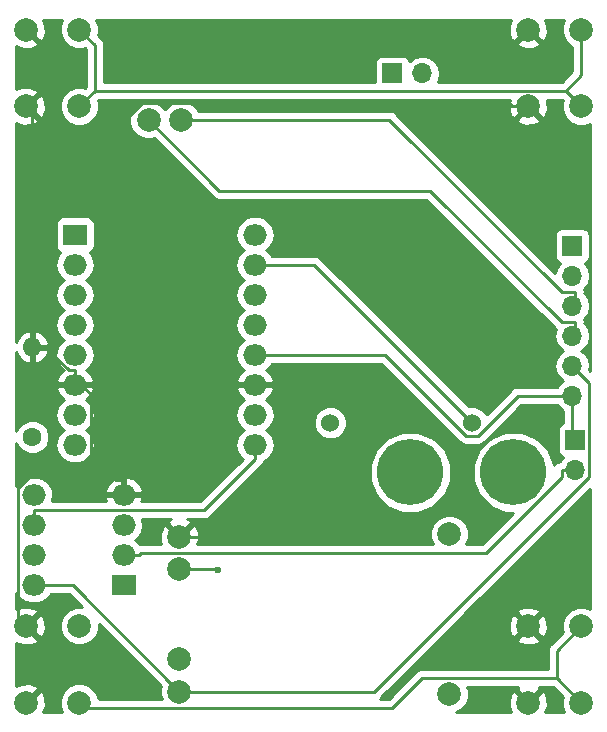
<source format=gbr>
G04 #@! TF.GenerationSoftware,KiCad,Pcbnew,(5.0.1-3-g963ef8bb5)*
G04 #@! TF.CreationDate,2019-04-15T21:43:45+02:00*
G04 #@! TF.ProjectId,NOKOlino,4E4F4B4F6C696E6F2E6B696361645F70,rev?*
G04 #@! TF.SameCoordinates,Original*
G04 #@! TF.FileFunction,Copper,L2,Bot,Signal*
G04 #@! TF.FilePolarity,Positive*
%FSLAX46Y46*%
G04 Gerber Fmt 4.6, Leading zero omitted, Abs format (unit mm)*
G04 Created by KiCad (PCBNEW (5.0.1-3-g963ef8bb5)) date 2019 April 15, Monday 21:43:45*
%MOMM*%
%LPD*%
G01*
G04 APERTURE LIST*
G04 #@! TA.AperFunction,ComponentPad*
%ADD10C,1.524000*%
G04 #@! TD*
G04 #@! TA.AperFunction,ComponentPad*
%ADD11C,5.600000*%
G04 #@! TD*
G04 #@! TA.AperFunction,ComponentPad*
%ADD12C,2.000000*%
G04 #@! TD*
G04 #@! TA.AperFunction,ComponentPad*
%ADD13R,2.000000X1.800000*%
G04 #@! TD*
G04 #@! TA.AperFunction,ComponentPad*
%ADD14O,2.000000X1.800000*%
G04 #@! TD*
G04 #@! TA.AperFunction,ComponentPad*
%ADD15C,1.600000*%
G04 #@! TD*
G04 #@! TA.AperFunction,ComponentPad*
%ADD16O,1.600000X1.600000*%
G04 #@! TD*
G04 #@! TA.AperFunction,ComponentPad*
%ADD17R,1.700000X1.700000*%
G04 #@! TD*
G04 #@! TA.AperFunction,ComponentPad*
%ADD18O,1.700000X1.700000*%
G04 #@! TD*
G04 #@! TA.AperFunction,ViaPad*
%ADD19C,0.600000*%
G04 #@! TD*
G04 #@! TA.AperFunction,Conductor*
%ADD20C,0.250000*%
G04 #@! TD*
G04 #@! TA.AperFunction,Conductor*
%ADD21C,0.254000*%
G04 #@! TD*
G04 APERTURE END LIST*
D10*
G04 #@! TO.P,LS1,1*
G04 #@! TO.N,Net-(LS1-Pad1)*
X160500000Y-122300000D03*
G04 #@! TO.P,LS1,2*
G04 #@! TO.N,Net-(LS1-Pad2)*
X172500000Y-122300000D03*
G04 #@! TD*
D11*
G04 #@! TO.P,MH1,1*
G04 #@! TO.N,N/C*
X167250000Y-126500000D03*
G04 #@! TD*
G04 #@! TO.P,MH2,1*
G04 #@! TO.N,N/C*
X176000000Y-126500000D03*
G04 #@! TD*
D12*
G04 #@! TO.P,SW1,2*
G04 #@! TO.N,Net-(SW1-Pad2)*
X139250000Y-95500000D03*
G04 #@! TO.P,SW1,1*
G04 #@! TO.N,GND*
X134750000Y-95500000D03*
G04 #@! TO.P,SW1,2*
G04 #@! TO.N,Net-(SW1-Pad2)*
X139250000Y-89000000D03*
G04 #@! TO.P,SW1,1*
G04 #@! TO.N,GND*
X134750000Y-89000000D03*
G04 #@! TD*
G04 #@! TO.P,SW2,2*
G04 #@! TO.N,Net-(SW1-Pad2)*
X181750000Y-95500000D03*
G04 #@! TO.P,SW2,1*
G04 #@! TO.N,GND*
X177250000Y-95500000D03*
G04 #@! TO.P,SW2,2*
G04 #@! TO.N,Net-(SW1-Pad2)*
X181750000Y-89000000D03*
G04 #@! TO.P,SW2,1*
G04 #@! TO.N,GND*
X177250000Y-89000000D03*
G04 #@! TD*
G04 #@! TO.P,SW3,2*
G04 #@! TO.N,Net-(SW1-Pad2)*
X181750000Y-146000000D03*
G04 #@! TO.P,SW3,1*
G04 #@! TO.N,GND*
X177250000Y-146000000D03*
G04 #@! TO.P,SW3,2*
G04 #@! TO.N,Net-(SW1-Pad2)*
X181750000Y-139500000D03*
G04 #@! TO.P,SW3,1*
G04 #@! TO.N,GND*
X177250000Y-139500000D03*
G04 #@! TD*
G04 #@! TO.P,SW4,2*
G04 #@! TO.N,Net-(SW1-Pad2)*
X139250000Y-146000000D03*
G04 #@! TO.P,SW4,1*
G04 #@! TO.N,GND*
X134750000Y-146000000D03*
G04 #@! TO.P,SW4,2*
G04 #@! TO.N,Net-(SW1-Pad2)*
X139250000Y-139500000D03*
G04 #@! TO.P,SW4,1*
G04 #@! TO.N,GND*
X134750000Y-139500000D03*
G04 #@! TD*
G04 #@! TO.P,U1,4*
G04 #@! TO.N,Akku+*
X147720000Y-142310000D03*
G04 #@! TO.P,U1,5*
G04 #@! TO.N,Akku-*
X147720000Y-134690000D03*
G04 #@! TO.P,U1,6*
G04 #@! TO.N,GND*
X147720000Y-131946800D03*
G04 #@! TO.P,U1,3*
G04 #@! TO.N,Net-(J1-Pad5)*
X147720000Y-145053200D03*
G04 #@! TO.P,U1,2*
G04 #@! TO.N,USB-*
X170580000Y-131743600D03*
G04 #@! TO.P,U1,1*
G04 #@! TO.N,USB+*
X170580000Y-145256400D03*
G04 #@! TD*
D13*
G04 #@! TO.P,U2,1*
G04 #@! TO.N,Net-(U2-Pad1)*
X143000000Y-136000000D03*
D14*
G04 #@! TO.P,U2,5*
G04 #@! TO.N,Net-(SW1-Pad2)*
X135380000Y-128380000D03*
G04 #@! TO.P,U2,2*
G04 #@! TO.N,Net-(Q1-Pad2)*
X143000000Y-133460000D03*
G04 #@! TO.P,U2,6*
G04 #@! TO.N,Net-(M1-Pad9)*
X135380000Y-130920000D03*
G04 #@! TO.P,U2,3*
G04 #@! TO.N,Net-(M1-Pad8)*
X143000000Y-130920000D03*
G04 #@! TO.P,U2,7*
G04 #@! TO.N,D+*
X135380000Y-133460000D03*
G04 #@! TO.P,U2,4*
G04 #@! TO.N,GND*
X143000000Y-128380000D03*
G04 #@! TO.P,U2,8*
G04 #@! TO.N,VCC*
X135380000Y-136000000D03*
G04 #@! TD*
G04 #@! TO.P,M1,9*
G04 #@! TO.N,Net-(M1-Pad9)*
X154120000Y-124140000D03*
G04 #@! TO.P,M1,10*
G04 #@! TO.N,Net-(M1-Pad10)*
X154120000Y-121600000D03*
G04 #@! TO.P,M1,11*
G04 #@! TO.N,GND*
X154120000Y-119060000D03*
G04 #@! TO.P,M1,12*
G04 #@! TO.N,VCC*
X154120000Y-116520000D03*
G04 #@! TO.P,M1,13*
G04 #@! TO.N,Net-(M1-Pad13)*
X154120000Y-113980000D03*
G04 #@! TO.P,M1,14*
G04 #@! TO.N,Net-(M1-Pad14)*
X154120000Y-111440000D03*
G04 #@! TO.P,M1,15*
G04 #@! TO.N,Net-(LS1-Pad2)*
X154120000Y-108900000D03*
G04 #@! TO.P,M1,16*
G04 #@! TO.N,Net-(LS1-Pad1)*
X154120000Y-106360000D03*
G04 #@! TO.P,M1,8*
G04 #@! TO.N,Net-(M1-Pad8)*
X138880000Y-124140000D03*
G04 #@! TO.P,M1,7*
G04 #@! TO.N,Net-(M1-Pad7)*
X138880000Y-121600000D03*
G04 #@! TO.P,M1,6*
G04 #@! TO.N,GND*
X138880000Y-119060000D03*
G04 #@! TO.P,M1,5*
G04 #@! TO.N,Net-(M1-Pad5)*
X138880000Y-116520000D03*
G04 #@! TO.P,M1,4*
G04 #@! TO.N,Net-(M1-Pad4)*
X138880000Y-113980000D03*
G04 #@! TO.P,M1,3*
G04 #@! TO.N,Net-(M1-Pad3)*
X138880000Y-111440000D03*
G04 #@! TO.P,M1,2*
G04 #@! TO.N,Net-(M1-Pad2)*
X138880000Y-108900000D03*
D13*
G04 #@! TO.P,M1,1*
G04 #@! TO.N,Net-(M1-Pad1)*
X138880000Y-106360000D03*
D12*
G04 #@! TO.P,M1,17*
G04 #@! TO.N,D-*
X147875000Y-96650000D03*
G04 #@! TO.P,M1,18*
G04 #@! TO.N,D+*
X145100000Y-96650000D03*
G04 #@! TD*
D15*
G04 #@! TO.P,R1,1*
G04 #@! TO.N,Net-(Q1-Pad2)*
X135250000Y-123500000D03*
D16*
G04 #@! TO.P,R1,2*
G04 #@! TO.N,GND*
X135250000Y-115880000D03*
G04 #@! TD*
D17*
G04 #@! TO.P,Q1,1*
G04 #@! TO.N,VCC*
X181250000Y-123750000D03*
D18*
G04 #@! TO.P,Q1,2*
G04 #@! TO.N,Net-(Q1-Pad2)*
X181250000Y-126290000D03*
G04 #@! TD*
D17*
G04 #@! TO.P,J1,1*
G04 #@! TO.N,USB-*
X180975000Y-107315000D03*
D18*
G04 #@! TO.P,J1,2*
G04 #@! TO.N,USB+*
X180975000Y-109855000D03*
G04 #@! TO.P,J1,3*
G04 #@! TO.N,D-*
X180975000Y-112395000D03*
G04 #@! TO.P,J1,4*
G04 #@! TO.N,D+*
X180975000Y-114935000D03*
G04 #@! TO.P,J1,5*
G04 #@! TO.N,Net-(J1-Pad5)*
X180975000Y-117475000D03*
G04 #@! TO.P,J1,6*
G04 #@! TO.N,VCC*
X180975000Y-120015000D03*
G04 #@! TD*
G04 #@! TO.P,J2,2*
G04 #@! TO.N,Akku-*
X168275000Y-92710000D03*
D17*
G04 #@! TO.P,J2,1*
G04 #@! TO.N,Akku+*
X165735000Y-92710000D03*
G04 #@! TD*
D19*
G04 #@! TO.N,Akku-*
X150983000Y-134760300D03*
G04 #@! TD*
D20*
G04 #@! TO.N,Net-(LS1-Pad2)*
X159100000Y-108900000D02*
X172500000Y-122300000D01*
X154120000Y-108900000D02*
X159100000Y-108900000D01*
G04 #@! TO.N,Net-(SW1-Pad2)*
X140575400Y-90325400D02*
X139250000Y-89000000D01*
X140575400Y-94174600D02*
X140575400Y-90325400D01*
X140575400Y-94174600D02*
X139250000Y-95500000D01*
X179655500Y-141594500D02*
X181750000Y-139500000D01*
X179655500Y-143905500D02*
X179655500Y-141594500D01*
X168249000Y-143905500D02*
X179655500Y-143905500D01*
X165741700Y-146412800D02*
X168249000Y-143905500D01*
X139662800Y-146412800D02*
X165741700Y-146412800D01*
X139250000Y-146000000D02*
X139662800Y-146412800D01*
X179655500Y-143905500D02*
X181750000Y-146000000D01*
X181750000Y-92849200D02*
X181750000Y-89000000D01*
X180424600Y-94174600D02*
X181750000Y-92849200D01*
X181750000Y-95500000D02*
X180424600Y-94174600D01*
X180424600Y-94174600D02*
X140575400Y-94174600D01*
G04 #@! TO.N,VCC*
X165109300Y-116520000D02*
X154120000Y-116520000D01*
X171989000Y-123399700D02*
X165109300Y-116520000D01*
X172973800Y-123399700D02*
X171989000Y-123399700D01*
X138666800Y-136000000D02*
X135380000Y-136000000D01*
X147720000Y-145053200D02*
X138666800Y-136000000D01*
X180975000Y-123475000D02*
X181250000Y-123750000D01*
X180975000Y-120015000D02*
X180975000Y-123475000D01*
X176358500Y-120015000D02*
X180975000Y-120015000D01*
X176358500Y-120015000D02*
X172973800Y-123399700D01*
G04 #@! TO.N,Net-(M1-Pad9)*
X149790600Y-129694700D02*
X135380000Y-129694700D01*
X154120000Y-125365300D02*
X149790600Y-129694700D01*
X135380000Y-130920000D02*
X135380000Y-129694700D01*
X154120000Y-124140000D02*
X154120000Y-125365300D01*
G04 #@! TO.N,D-*
X180074700Y-111234700D02*
X181250000Y-111234700D01*
X165490000Y-96650000D02*
X180074700Y-111234700D01*
X147875000Y-96650000D02*
X165490000Y-96650000D01*
X181250000Y-112410000D02*
X181250000Y-111234700D01*
G04 #@! TO.N,D+*
X181250000Y-114950000D02*
X181250000Y-113774700D01*
X180074700Y-113774700D02*
X181250000Y-113774700D01*
X168946600Y-102646600D02*
X180074700Y-113774700D01*
X151096600Y-102646600D02*
X168946600Y-102646600D01*
X145100000Y-96650000D02*
X151096600Y-102646600D01*
G04 #@! TO.N,Akku-*
X150912700Y-134690000D02*
X150983000Y-134760300D01*
X147720000Y-134690000D02*
X150912700Y-134690000D01*
G04 #@! TO.N,GND*
X135250000Y-96000000D02*
X134750000Y-95500000D01*
X135250000Y-115880000D02*
X135250000Y-96000000D01*
X138330000Y-117834700D02*
X138880000Y-117834700D01*
X136375300Y-115880000D02*
X138330000Y-117834700D01*
X135250000Y-115880000D02*
X136375300Y-115880000D01*
X138880000Y-119060000D02*
X138880000Y-118547200D01*
X138880000Y-118547200D02*
X138880000Y-117834700D01*
X134053600Y-138803600D02*
X134750000Y-139500000D01*
X134053600Y-127810800D02*
X134053600Y-138803600D01*
X136135700Y-125728700D02*
X134053600Y-127810800D01*
X139518600Y-125728700D02*
X136135700Y-125728700D01*
X140231600Y-125015700D02*
X139518600Y-125728700D01*
X142370600Y-127154700D02*
X143000000Y-127154700D01*
X140231600Y-125015700D02*
X142370600Y-127154700D01*
X143000000Y-128380000D02*
X143000000Y-127154700D01*
X141070400Y-119060000D02*
X140231600Y-119898800D01*
X154120000Y-119060000D02*
X141070400Y-119060000D01*
X138880000Y-118547200D02*
X140231600Y-119898800D01*
X140231600Y-119898800D02*
X140231600Y-125015700D01*
X156845000Y-119060000D02*
X157160000Y-119060000D01*
X156845000Y-119060000D02*
X154120000Y-119060000D01*
X157160000Y-119060000D02*
X158115000Y-120015000D01*
X158115000Y-130676800D02*
X156845000Y-131946800D01*
X158115000Y-120015000D02*
X158115000Y-130676800D01*
X147720000Y-131946800D02*
X156845000Y-131946800D01*
X175835787Y-95500000D02*
X175585787Y-95250000D01*
X177250000Y-95500000D02*
X175835787Y-95500000D01*
X141070400Y-98718598D02*
X141070400Y-119060000D01*
X144538998Y-95250000D02*
X141070400Y-98718598D01*
X175585787Y-95250000D02*
X144538998Y-95250000D01*
G04 #@! TO.N,Net-(Q1-Pad2)*
X144466900Y-133318400D02*
X144325300Y-133460000D01*
X173633900Y-133318400D02*
X144466900Y-133318400D01*
X180074700Y-126877600D02*
X173633900Y-133318400D01*
X180074700Y-126290000D02*
X180074700Y-126877600D01*
X181250000Y-126290000D02*
X180074700Y-126290000D01*
X143000000Y-133460000D02*
X144325300Y-133460000D01*
G04 #@! TO.N,Net-(J1-Pad5)*
X182425001Y-118925001D02*
X180975000Y-117475000D01*
X182425001Y-126854001D02*
X182425001Y-118925001D01*
X164225802Y-145053200D02*
X182425001Y-126854001D01*
X148170009Y-145053200D02*
X164225802Y-145053200D01*
G04 #@! TD*
D21*
G04 #@! TO.N,GND*
G36*
X176277073Y-144847468D02*
X177250000Y-145820395D01*
X178222927Y-144847468D01*
X178155649Y-144665500D01*
X179340699Y-144665500D01*
X180183823Y-145508625D01*
X180115000Y-145674778D01*
X180115000Y-146325222D01*
X180307518Y-146790000D01*
X178700692Y-146790000D01*
X178895908Y-146264539D01*
X178871856Y-145614540D01*
X178669387Y-145125736D01*
X178402532Y-145027073D01*
X177429605Y-146000000D01*
X177443748Y-146014143D01*
X177264143Y-146193748D01*
X177250000Y-146179605D01*
X177235858Y-146193748D01*
X177056253Y-146014143D01*
X177070395Y-146000000D01*
X176097468Y-145027073D01*
X175830613Y-145125736D01*
X175604092Y-145735461D01*
X175628144Y-146385460D01*
X175795710Y-146790000D01*
X171150023Y-146790000D01*
X171506153Y-146642486D01*
X171966086Y-146182553D01*
X172215000Y-145581622D01*
X172215000Y-144931178D01*
X172104952Y-144665500D01*
X176344351Y-144665500D01*
X176277073Y-144847468D01*
X176277073Y-144847468D01*
G37*
X176277073Y-144847468D02*
X177250000Y-145820395D01*
X178222927Y-144847468D01*
X178155649Y-144665500D01*
X179340699Y-144665500D01*
X180183823Y-145508625D01*
X180115000Y-145674778D01*
X180115000Y-146325222D01*
X180307518Y-146790000D01*
X178700692Y-146790000D01*
X178895908Y-146264539D01*
X178871856Y-145614540D01*
X178669387Y-145125736D01*
X178402532Y-145027073D01*
X177429605Y-146000000D01*
X177443748Y-146014143D01*
X177264143Y-146193748D01*
X177250000Y-146179605D01*
X177235858Y-146193748D01*
X177056253Y-146014143D01*
X177070395Y-146000000D01*
X176097468Y-145027073D01*
X175830613Y-145125736D01*
X175604092Y-145735461D01*
X175628144Y-146385460D01*
X175795710Y-146790000D01*
X171150023Y-146790000D01*
X171506153Y-146642486D01*
X171966086Y-146182553D01*
X172215000Y-145581622D01*
X172215000Y-144931178D01*
X172104952Y-144665500D01*
X176344351Y-144665500D01*
X176277073Y-144847468D01*
G36*
X134173327Y-137106673D02*
X134681073Y-137445938D01*
X135128818Y-137535000D01*
X135631182Y-137535000D01*
X136078927Y-137445938D01*
X136586673Y-137106673D01*
X136818312Y-136760000D01*
X138351999Y-136760000D01*
X139456999Y-137865000D01*
X138924778Y-137865000D01*
X138323847Y-138113914D01*
X137863914Y-138573847D01*
X137615000Y-139174778D01*
X137615000Y-139825222D01*
X137863914Y-140426153D01*
X138323847Y-140886086D01*
X138924778Y-141135000D01*
X139575222Y-141135000D01*
X140176153Y-140886086D01*
X140636086Y-140426153D01*
X140885000Y-139825222D01*
X140885000Y-139293001D01*
X146153823Y-144561825D01*
X146085000Y-144727978D01*
X146085000Y-145378422D01*
X146198651Y-145652800D01*
X140875896Y-145652800D01*
X140636086Y-145073847D01*
X140176153Y-144613914D01*
X139575222Y-144365000D01*
X138924778Y-144365000D01*
X138323847Y-144613914D01*
X137863914Y-145073847D01*
X137615000Y-145674778D01*
X137615000Y-146325222D01*
X137807518Y-146790000D01*
X136200692Y-146790000D01*
X136395908Y-146264539D01*
X136371856Y-145614540D01*
X136169387Y-145125736D01*
X135902532Y-145027073D01*
X134929605Y-146000000D01*
X134943748Y-146014143D01*
X134764143Y-146193748D01*
X134750000Y-146179605D01*
X134735858Y-146193748D01*
X134556253Y-146014143D01*
X134570395Y-146000000D01*
X134556253Y-145985858D01*
X134735858Y-145806253D01*
X134750000Y-145820395D01*
X135722927Y-144847468D01*
X135624264Y-144580613D01*
X135014539Y-144354092D01*
X134364540Y-144378144D01*
X133910000Y-144566420D01*
X133910000Y-140932117D01*
X134485461Y-141145908D01*
X135135460Y-141121856D01*
X135624264Y-140919387D01*
X135722927Y-140652532D01*
X134750000Y-139679605D01*
X134735858Y-139693748D01*
X134556253Y-139514143D01*
X134570395Y-139500000D01*
X134929605Y-139500000D01*
X135902532Y-140472927D01*
X136169387Y-140374264D01*
X136395908Y-139764539D01*
X136371856Y-139114540D01*
X136169387Y-138625736D01*
X135902532Y-138527073D01*
X134929605Y-139500000D01*
X134570395Y-139500000D01*
X134556253Y-139485858D01*
X134735858Y-139306253D01*
X134750000Y-139320395D01*
X135722927Y-138347468D01*
X135624264Y-138080613D01*
X135014539Y-137854092D01*
X134364540Y-137878144D01*
X133910000Y-138066420D01*
X133910000Y-136712576D01*
X134173327Y-137106673D01*
X134173327Y-137106673D01*
G37*
X134173327Y-137106673D02*
X134681073Y-137445938D01*
X135128818Y-137535000D01*
X135631182Y-137535000D01*
X136078927Y-137445938D01*
X136586673Y-137106673D01*
X136818312Y-136760000D01*
X138351999Y-136760000D01*
X139456999Y-137865000D01*
X138924778Y-137865000D01*
X138323847Y-138113914D01*
X137863914Y-138573847D01*
X137615000Y-139174778D01*
X137615000Y-139825222D01*
X137863914Y-140426153D01*
X138323847Y-140886086D01*
X138924778Y-141135000D01*
X139575222Y-141135000D01*
X140176153Y-140886086D01*
X140636086Y-140426153D01*
X140885000Y-139825222D01*
X140885000Y-139293001D01*
X146153823Y-144561825D01*
X146085000Y-144727978D01*
X146085000Y-145378422D01*
X146198651Y-145652800D01*
X140875896Y-145652800D01*
X140636086Y-145073847D01*
X140176153Y-144613914D01*
X139575222Y-144365000D01*
X138924778Y-144365000D01*
X138323847Y-144613914D01*
X137863914Y-145073847D01*
X137615000Y-145674778D01*
X137615000Y-146325222D01*
X137807518Y-146790000D01*
X136200692Y-146790000D01*
X136395908Y-146264539D01*
X136371856Y-145614540D01*
X136169387Y-145125736D01*
X135902532Y-145027073D01*
X134929605Y-146000000D01*
X134943748Y-146014143D01*
X134764143Y-146193748D01*
X134750000Y-146179605D01*
X134735858Y-146193748D01*
X134556253Y-146014143D01*
X134570395Y-146000000D01*
X134556253Y-145985858D01*
X134735858Y-145806253D01*
X134750000Y-145820395D01*
X135722927Y-144847468D01*
X135624264Y-144580613D01*
X135014539Y-144354092D01*
X134364540Y-144378144D01*
X133910000Y-144566420D01*
X133910000Y-140932117D01*
X134485461Y-141145908D01*
X135135460Y-141121856D01*
X135624264Y-140919387D01*
X135722927Y-140652532D01*
X134750000Y-139679605D01*
X134735858Y-139693748D01*
X134556253Y-139514143D01*
X134570395Y-139500000D01*
X134929605Y-139500000D01*
X135902532Y-140472927D01*
X136169387Y-140374264D01*
X136395908Y-139764539D01*
X136371856Y-139114540D01*
X136169387Y-138625736D01*
X135902532Y-138527073D01*
X134929605Y-139500000D01*
X134570395Y-139500000D01*
X134556253Y-139485858D01*
X134735858Y-139306253D01*
X134750000Y-139320395D01*
X135722927Y-138347468D01*
X135624264Y-138080613D01*
X135014539Y-137854092D01*
X134364540Y-137878144D01*
X133910000Y-138066420D01*
X133910000Y-136712576D01*
X134173327Y-137106673D01*
G36*
X182490000Y-138036807D02*
X182075222Y-137865000D01*
X181424778Y-137865000D01*
X180823847Y-138113914D01*
X180363914Y-138573847D01*
X180115000Y-139174778D01*
X180115000Y-139825222D01*
X180183823Y-139991375D01*
X179171028Y-141004171D01*
X179107572Y-141046571D01*
X179065172Y-141110027D01*
X179065171Y-141110028D01*
X178939597Y-141297963D01*
X178880612Y-141594500D01*
X178895501Y-141669352D01*
X178895500Y-143145500D01*
X168323848Y-143145500D01*
X168249000Y-143130612D01*
X168174152Y-143145500D01*
X168174148Y-143145500D01*
X168000605Y-143180020D01*
X167952462Y-143189596D01*
X167765418Y-143314576D01*
X167701071Y-143357571D01*
X167658671Y-143421027D01*
X165426899Y-145652800D01*
X164696400Y-145652800D01*
X164773731Y-145601129D01*
X164816133Y-145537670D01*
X169701271Y-140652532D01*
X176277073Y-140652532D01*
X176375736Y-140919387D01*
X176985461Y-141145908D01*
X177635460Y-141121856D01*
X178124264Y-140919387D01*
X178222927Y-140652532D01*
X177250000Y-139679605D01*
X176277073Y-140652532D01*
X169701271Y-140652532D01*
X171118342Y-139235461D01*
X175604092Y-139235461D01*
X175628144Y-139885460D01*
X175830613Y-140374264D01*
X176097468Y-140472927D01*
X177070395Y-139500000D01*
X177429605Y-139500000D01*
X178402532Y-140472927D01*
X178669387Y-140374264D01*
X178895908Y-139764539D01*
X178871856Y-139114540D01*
X178669387Y-138625736D01*
X178402532Y-138527073D01*
X177429605Y-139500000D01*
X177070395Y-139500000D01*
X176097468Y-138527073D01*
X175830613Y-138625736D01*
X175604092Y-139235461D01*
X171118342Y-139235461D01*
X172006335Y-138347468D01*
X176277073Y-138347468D01*
X177250000Y-139320395D01*
X178222927Y-138347468D01*
X178124264Y-138080613D01*
X177514539Y-137854092D01*
X176864540Y-137878144D01*
X176375736Y-138080613D01*
X176277073Y-138347468D01*
X172006335Y-138347468D01*
X182490000Y-127863804D01*
X182490000Y-138036807D01*
X182490000Y-138036807D01*
G37*
X182490000Y-138036807D02*
X182075222Y-137865000D01*
X181424778Y-137865000D01*
X180823847Y-138113914D01*
X180363914Y-138573847D01*
X180115000Y-139174778D01*
X180115000Y-139825222D01*
X180183823Y-139991375D01*
X179171028Y-141004171D01*
X179107572Y-141046571D01*
X179065172Y-141110027D01*
X179065171Y-141110028D01*
X178939597Y-141297963D01*
X178880612Y-141594500D01*
X178895501Y-141669352D01*
X178895500Y-143145500D01*
X168323848Y-143145500D01*
X168249000Y-143130612D01*
X168174152Y-143145500D01*
X168174148Y-143145500D01*
X168000605Y-143180020D01*
X167952462Y-143189596D01*
X167765418Y-143314576D01*
X167701071Y-143357571D01*
X167658671Y-143421027D01*
X165426899Y-145652800D01*
X164696400Y-145652800D01*
X164773731Y-145601129D01*
X164816133Y-145537670D01*
X169701271Y-140652532D01*
X176277073Y-140652532D01*
X176375736Y-140919387D01*
X176985461Y-141145908D01*
X177635460Y-141121856D01*
X178124264Y-140919387D01*
X178222927Y-140652532D01*
X177250000Y-139679605D01*
X176277073Y-140652532D01*
X169701271Y-140652532D01*
X171118342Y-139235461D01*
X175604092Y-139235461D01*
X175628144Y-139885460D01*
X175830613Y-140374264D01*
X176097468Y-140472927D01*
X177070395Y-139500000D01*
X177429605Y-139500000D01*
X178402532Y-140472927D01*
X178669387Y-140374264D01*
X178895908Y-139764539D01*
X178871856Y-139114540D01*
X178669387Y-138625736D01*
X178402532Y-138527073D01*
X177429605Y-139500000D01*
X177070395Y-139500000D01*
X176097468Y-138527073D01*
X175830613Y-138625736D01*
X175604092Y-139235461D01*
X171118342Y-139235461D01*
X172006335Y-138347468D01*
X176277073Y-138347468D01*
X177250000Y-139320395D01*
X178222927Y-138347468D01*
X178124264Y-138080613D01*
X177514539Y-137854092D01*
X176864540Y-137878144D01*
X176375736Y-138080613D01*
X176277073Y-138347468D01*
X172006335Y-138347468D01*
X182490000Y-127863804D01*
X182490000Y-138036807D01*
G36*
X137615000Y-88674778D02*
X137615000Y-89325222D01*
X137863914Y-89926153D01*
X138323847Y-90386086D01*
X138924778Y-90635000D01*
X139575222Y-90635000D01*
X139741375Y-90566177D01*
X139815401Y-90640203D01*
X139815400Y-93859798D01*
X139741375Y-93933823D01*
X139575222Y-93865000D01*
X138924778Y-93865000D01*
X138323847Y-94113914D01*
X137863914Y-94573847D01*
X137615000Y-95174778D01*
X137615000Y-95825222D01*
X137863914Y-96426153D01*
X138323847Y-96886086D01*
X138924778Y-97135000D01*
X139575222Y-97135000D01*
X140176153Y-96886086D01*
X140636086Y-96426153D01*
X140885000Y-95825222D01*
X140885000Y-95174778D01*
X140816177Y-95008625D01*
X140890202Y-94934600D01*
X175715866Y-94934600D01*
X175604092Y-95235461D01*
X175628144Y-95885460D01*
X175830613Y-96374264D01*
X176097468Y-96472927D01*
X177070395Y-95500000D01*
X177056253Y-95485858D01*
X177235858Y-95306253D01*
X177250000Y-95320395D01*
X177264143Y-95306253D01*
X177443748Y-95485858D01*
X177429605Y-95500000D01*
X178402532Y-96472927D01*
X178669387Y-96374264D01*
X178895908Y-95764539D01*
X178871856Y-95114540D01*
X178797323Y-94934600D01*
X180109799Y-94934600D01*
X180183823Y-95008624D01*
X180115000Y-95174778D01*
X180115000Y-95825222D01*
X180363914Y-96426153D01*
X180823847Y-96886086D01*
X181424778Y-97135000D01*
X182075222Y-97135000D01*
X182490001Y-96963193D01*
X182490000Y-117915199D01*
X182416209Y-117841408D01*
X182489092Y-117475000D01*
X182373839Y-116895582D01*
X182045625Y-116404375D01*
X181747239Y-116205000D01*
X182045625Y-116005625D01*
X182373839Y-115514418D01*
X182489092Y-114935000D01*
X182373839Y-114355582D01*
X182045625Y-113864375D01*
X182011577Y-113841625D01*
X182024889Y-113774700D01*
X181973055Y-113514115D01*
X182045625Y-113465625D01*
X182373839Y-112974418D01*
X182489092Y-112395000D01*
X182373839Y-111815582D01*
X182045625Y-111324375D01*
X182011577Y-111301625D01*
X182024889Y-111234700D01*
X181973055Y-110974115D01*
X182045625Y-110925625D01*
X182373839Y-110434418D01*
X182489092Y-109855000D01*
X182373839Y-109275582D01*
X182045625Y-108784375D01*
X182027381Y-108772184D01*
X182072765Y-108763157D01*
X182282809Y-108622809D01*
X182423157Y-108412765D01*
X182472440Y-108165000D01*
X182472440Y-106465000D01*
X182423157Y-106217235D01*
X182282809Y-106007191D01*
X182072765Y-105866843D01*
X181825000Y-105817560D01*
X180125000Y-105817560D01*
X179877235Y-105866843D01*
X179667191Y-106007191D01*
X179526843Y-106217235D01*
X179477560Y-106465000D01*
X179477560Y-108165000D01*
X179526843Y-108412765D01*
X179667191Y-108622809D01*
X179877235Y-108763157D01*
X179922619Y-108772184D01*
X179904375Y-108784375D01*
X179576161Y-109275582D01*
X179512157Y-109597355D01*
X166567334Y-96652532D01*
X176277073Y-96652532D01*
X176375736Y-96919387D01*
X176985461Y-97145908D01*
X177635460Y-97121856D01*
X178124264Y-96919387D01*
X178222927Y-96652532D01*
X177250000Y-95679605D01*
X176277073Y-96652532D01*
X166567334Y-96652532D01*
X166080331Y-96165530D01*
X166037929Y-96102071D01*
X165786537Y-95934096D01*
X165564852Y-95890000D01*
X165564847Y-95890000D01*
X165490000Y-95875112D01*
X165415153Y-95890000D01*
X149329909Y-95890000D01*
X149261086Y-95723847D01*
X148801153Y-95263914D01*
X148200222Y-95015000D01*
X147549778Y-95015000D01*
X146948847Y-95263914D01*
X146488914Y-95723847D01*
X146487500Y-95727261D01*
X146486086Y-95723847D01*
X146026153Y-95263914D01*
X145425222Y-95015000D01*
X144774778Y-95015000D01*
X144173847Y-95263914D01*
X143713914Y-95723847D01*
X143465000Y-96324778D01*
X143465000Y-96975222D01*
X143713914Y-97576153D01*
X144173847Y-98036086D01*
X144774778Y-98285000D01*
X145425222Y-98285000D01*
X145591376Y-98216177D01*
X150506270Y-103131072D01*
X150548671Y-103194529D01*
X150800063Y-103362504D01*
X151021748Y-103406600D01*
X151021752Y-103406600D01*
X151096599Y-103421488D01*
X151171446Y-103406600D01*
X168631799Y-103406600D01*
X179484371Y-114259173D01*
X179526771Y-114322629D01*
X179576153Y-114355625D01*
X179460908Y-114935000D01*
X179576161Y-115514418D01*
X179904375Y-116005625D01*
X180202761Y-116205000D01*
X179904375Y-116404375D01*
X179576161Y-116895582D01*
X179460908Y-117475000D01*
X179576161Y-118054418D01*
X179904375Y-118545625D01*
X180202761Y-118745000D01*
X179904375Y-118944375D01*
X179696822Y-119255000D01*
X176433348Y-119255000D01*
X176358500Y-119240112D01*
X176283652Y-119255000D01*
X176283648Y-119255000D01*
X176061963Y-119299096D01*
X175810571Y-119467071D01*
X175768171Y-119530527D01*
X173715283Y-121583415D01*
X173684320Y-121508663D01*
X173291337Y-121115680D01*
X172777881Y-120903000D01*
X172222119Y-120903000D01*
X172190782Y-120915980D01*
X159690331Y-108415530D01*
X159647929Y-108352071D01*
X159396537Y-108184096D01*
X159174852Y-108140000D01*
X159174847Y-108140000D01*
X159100000Y-108125112D01*
X159025153Y-108140000D01*
X155558312Y-108140000D01*
X155326673Y-107793327D01*
X155082237Y-107630000D01*
X155326673Y-107466673D01*
X155665938Y-106958927D01*
X155785072Y-106360000D01*
X155665938Y-105761073D01*
X155326673Y-105253327D01*
X154818927Y-104914062D01*
X154371182Y-104825000D01*
X153868818Y-104825000D01*
X153421073Y-104914062D01*
X152913327Y-105253327D01*
X152574062Y-105761073D01*
X152454928Y-106360000D01*
X152574062Y-106958927D01*
X152913327Y-107466673D01*
X153157763Y-107630000D01*
X152913327Y-107793327D01*
X152574062Y-108301073D01*
X152454928Y-108900000D01*
X152574062Y-109498927D01*
X152913327Y-110006673D01*
X153157763Y-110170000D01*
X152913327Y-110333327D01*
X152574062Y-110841073D01*
X152454928Y-111440000D01*
X152574062Y-112038927D01*
X152913327Y-112546673D01*
X153157763Y-112710000D01*
X152913327Y-112873327D01*
X152574062Y-113381073D01*
X152454928Y-113980000D01*
X152574062Y-114578927D01*
X152913327Y-115086673D01*
X153157763Y-115250000D01*
X152913327Y-115413327D01*
X152574062Y-115921073D01*
X152454928Y-116520000D01*
X152574062Y-117118927D01*
X152913327Y-117626673D01*
X153165400Y-117795103D01*
X152763191Y-118180248D01*
X152528964Y-118695260D01*
X152649622Y-118933000D01*
X153993000Y-118933000D01*
X153993000Y-118913000D01*
X154247000Y-118913000D01*
X154247000Y-118933000D01*
X155590378Y-118933000D01*
X155711036Y-118695260D01*
X155476809Y-118180248D01*
X155074600Y-117795103D01*
X155326673Y-117626673D01*
X155558312Y-117280000D01*
X164794499Y-117280000D01*
X171398671Y-123884173D01*
X171441071Y-123947629D01*
X171692463Y-124115604D01*
X171914148Y-124159700D01*
X171914152Y-124159700D01*
X171988999Y-124174588D01*
X172063846Y-124159700D01*
X172898953Y-124159700D01*
X172973800Y-124174588D01*
X173048647Y-124159700D01*
X173048652Y-124159700D01*
X173270337Y-124115604D01*
X173521729Y-123947629D01*
X173564131Y-123884170D01*
X176673302Y-120775000D01*
X179696822Y-120775000D01*
X179904375Y-121085625D01*
X180215000Y-121293178D01*
X180215001Y-122289358D01*
X180152235Y-122301843D01*
X179942191Y-122442191D01*
X179801843Y-122652235D01*
X179752560Y-122900000D01*
X179752560Y-124600000D01*
X179801843Y-124847765D01*
X179942191Y-125057809D01*
X180152235Y-125198157D01*
X180197619Y-125207184D01*
X180179375Y-125219375D01*
X179967526Y-125536429D01*
X179778163Y-125574096D01*
X179526771Y-125742071D01*
X179435000Y-125879416D01*
X179435000Y-125816736D01*
X178912053Y-124554229D01*
X177945771Y-123587947D01*
X176683264Y-123065000D01*
X175316736Y-123065000D01*
X174054229Y-123587947D01*
X173087947Y-124554229D01*
X172565000Y-125816736D01*
X172565000Y-127183264D01*
X173087947Y-128445771D01*
X174054229Y-129412053D01*
X175316736Y-129935000D01*
X175942499Y-129935000D01*
X173319099Y-132558400D01*
X172012210Y-132558400D01*
X172215000Y-132068822D01*
X172215000Y-131418378D01*
X171966086Y-130817447D01*
X171506153Y-130357514D01*
X170905222Y-130108600D01*
X170254778Y-130108600D01*
X169653847Y-130357514D01*
X169193914Y-130817447D01*
X168945000Y-131418378D01*
X168945000Y-132068822D01*
X169147790Y-132558400D01*
X149236970Y-132558400D01*
X149365908Y-132211339D01*
X149341856Y-131561340D01*
X149139387Y-131072536D01*
X148872532Y-130973873D01*
X147899605Y-131946800D01*
X147913748Y-131960943D01*
X147734143Y-132140548D01*
X147720000Y-132126405D01*
X147705858Y-132140548D01*
X147526253Y-131960943D01*
X147540395Y-131946800D01*
X146567468Y-130973873D01*
X146300613Y-131072536D01*
X146074092Y-131682261D01*
X146098144Y-132332260D01*
X146191814Y-132558400D01*
X144541748Y-132558400D01*
X144466900Y-132543512D01*
X144392052Y-132558400D01*
X144392048Y-132558400D01*
X144349371Y-132566889D01*
X144206673Y-132353327D01*
X143962237Y-132190000D01*
X144206673Y-132026673D01*
X144545938Y-131518927D01*
X144665072Y-130920000D01*
X144572518Y-130454700D01*
X147021281Y-130454700D01*
X146845736Y-130527413D01*
X146747073Y-130794268D01*
X147720000Y-131767195D01*
X148692927Y-130794268D01*
X148594264Y-130527413D01*
X148398543Y-130454700D01*
X149715753Y-130454700D01*
X149790600Y-130469588D01*
X149865447Y-130454700D01*
X149865452Y-130454700D01*
X150087137Y-130410604D01*
X150338529Y-130242629D01*
X150380931Y-130179170D01*
X154604473Y-125955629D01*
X154667929Y-125913229D01*
X154732403Y-125816736D01*
X163815000Y-125816736D01*
X163815000Y-127183264D01*
X164337947Y-128445771D01*
X165304229Y-129412053D01*
X166566736Y-129935000D01*
X167933264Y-129935000D01*
X169195771Y-129412053D01*
X170162053Y-128445771D01*
X170685000Y-127183264D01*
X170685000Y-125816736D01*
X170162053Y-124554229D01*
X169195771Y-123587947D01*
X167933264Y-123065000D01*
X166566736Y-123065000D01*
X165304229Y-123587947D01*
X164337947Y-124554229D01*
X163815000Y-125816736D01*
X154732403Y-125816736D01*
X154835904Y-125661837D01*
X154855918Y-125561222D01*
X155326673Y-125246673D01*
X155665938Y-124738927D01*
X155785072Y-124140000D01*
X155665938Y-123541073D01*
X155326673Y-123033327D01*
X155082237Y-122870000D01*
X155326673Y-122706673D01*
X155665938Y-122198927D01*
X155701107Y-122022119D01*
X159103000Y-122022119D01*
X159103000Y-122577881D01*
X159315680Y-123091337D01*
X159708663Y-123484320D01*
X160222119Y-123697000D01*
X160777881Y-123697000D01*
X161291337Y-123484320D01*
X161684320Y-123091337D01*
X161897000Y-122577881D01*
X161897000Y-122022119D01*
X161684320Y-121508663D01*
X161291337Y-121115680D01*
X160777881Y-120903000D01*
X160222119Y-120903000D01*
X159708663Y-121115680D01*
X159315680Y-121508663D01*
X159103000Y-122022119D01*
X155701107Y-122022119D01*
X155785072Y-121600000D01*
X155665938Y-121001073D01*
X155326673Y-120493327D01*
X155074600Y-120324897D01*
X155476809Y-119939752D01*
X155711036Y-119424740D01*
X155590378Y-119187000D01*
X154247000Y-119187000D01*
X154247000Y-119207000D01*
X153993000Y-119207000D01*
X153993000Y-119187000D01*
X152649622Y-119187000D01*
X152528964Y-119424740D01*
X152763191Y-119939752D01*
X153165400Y-120324897D01*
X152913327Y-120493327D01*
X152574062Y-121001073D01*
X152454928Y-121600000D01*
X152574062Y-122198927D01*
X152913327Y-122706673D01*
X153157763Y-122870000D01*
X152913327Y-123033327D01*
X152574062Y-123541073D01*
X152454928Y-124140000D01*
X152574062Y-124738927D01*
X152913327Y-125246673D01*
X153063490Y-125347008D01*
X149475799Y-128934700D01*
X144504642Y-128934700D01*
X144591036Y-128744740D01*
X144470378Y-128507000D01*
X143127000Y-128507000D01*
X143127000Y-128527000D01*
X142873000Y-128527000D01*
X142873000Y-128507000D01*
X141529622Y-128507000D01*
X141408964Y-128744740D01*
X141495358Y-128934700D01*
X136934735Y-128934700D01*
X137045072Y-128380000D01*
X136972521Y-128015260D01*
X141408964Y-128015260D01*
X141529622Y-128253000D01*
X142873000Y-128253000D01*
X142873000Y-127004865D01*
X143127000Y-127004865D01*
X143127000Y-128253000D01*
X144470378Y-128253000D01*
X144591036Y-128015260D01*
X144356809Y-127500248D01*
X143924474Y-127086255D01*
X143366620Y-126869223D01*
X143127000Y-127004865D01*
X142873000Y-127004865D01*
X142633380Y-126869223D01*
X142075526Y-127086255D01*
X141643191Y-127500248D01*
X141408964Y-128015260D01*
X136972521Y-128015260D01*
X136925938Y-127781073D01*
X136586673Y-127273327D01*
X136078927Y-126934062D01*
X135631182Y-126845000D01*
X135128818Y-126845000D01*
X134681073Y-126934062D01*
X134173327Y-127273327D01*
X133910000Y-127667424D01*
X133910000Y-124014789D01*
X134033466Y-124312862D01*
X134437138Y-124716534D01*
X134964561Y-124935000D01*
X135535439Y-124935000D01*
X136062862Y-124716534D01*
X136466534Y-124312862D01*
X136685000Y-123785439D01*
X136685000Y-123214561D01*
X136466534Y-122687138D01*
X136062862Y-122283466D01*
X135535439Y-122065000D01*
X134964561Y-122065000D01*
X134437138Y-122283466D01*
X134033466Y-122687138D01*
X133910000Y-122985211D01*
X133910000Y-121600000D01*
X137214928Y-121600000D01*
X137334062Y-122198927D01*
X137673327Y-122706673D01*
X137917763Y-122870000D01*
X137673327Y-123033327D01*
X137334062Y-123541073D01*
X137214928Y-124140000D01*
X137334062Y-124738927D01*
X137673327Y-125246673D01*
X138181073Y-125585938D01*
X138628818Y-125675000D01*
X139131182Y-125675000D01*
X139578927Y-125585938D01*
X140086673Y-125246673D01*
X140425938Y-124738927D01*
X140545072Y-124140000D01*
X140425938Y-123541073D01*
X140086673Y-123033327D01*
X139842237Y-122870000D01*
X140086673Y-122706673D01*
X140425938Y-122198927D01*
X140545072Y-121600000D01*
X140425938Y-121001073D01*
X140086673Y-120493327D01*
X139834600Y-120324897D01*
X140236809Y-119939752D01*
X140471036Y-119424740D01*
X140350378Y-119187000D01*
X139007000Y-119187000D01*
X139007000Y-119207000D01*
X138753000Y-119207000D01*
X138753000Y-119187000D01*
X137409622Y-119187000D01*
X137288964Y-119424740D01*
X137523191Y-119939752D01*
X137925400Y-120324897D01*
X137673327Y-120493327D01*
X137334062Y-121001073D01*
X137214928Y-121600000D01*
X133910000Y-121600000D01*
X133910000Y-116338730D01*
X134097611Y-116735134D01*
X134512577Y-117111041D01*
X134900961Y-117271904D01*
X135123000Y-117149915D01*
X135123000Y-116007000D01*
X135377000Y-116007000D01*
X135377000Y-117149915D01*
X135599039Y-117271904D01*
X135987423Y-117111041D01*
X136402389Y-116735134D01*
X136641914Y-116229041D01*
X136520629Y-116007000D01*
X135377000Y-116007000D01*
X135123000Y-116007000D01*
X135103000Y-116007000D01*
X135103000Y-115753000D01*
X135123000Y-115753000D01*
X135123000Y-114610085D01*
X135377000Y-114610085D01*
X135377000Y-115753000D01*
X136520629Y-115753000D01*
X136641914Y-115530959D01*
X136402389Y-115024866D01*
X135987423Y-114648959D01*
X135599039Y-114488096D01*
X135377000Y-114610085D01*
X135123000Y-114610085D01*
X134900961Y-114488096D01*
X134512577Y-114648959D01*
X134097611Y-115024866D01*
X133910000Y-115421270D01*
X133910000Y-108900000D01*
X137214928Y-108900000D01*
X137334062Y-109498927D01*
X137673327Y-110006673D01*
X137917763Y-110170000D01*
X137673327Y-110333327D01*
X137334062Y-110841073D01*
X137214928Y-111440000D01*
X137334062Y-112038927D01*
X137673327Y-112546673D01*
X137917763Y-112710000D01*
X137673327Y-112873327D01*
X137334062Y-113381073D01*
X137214928Y-113980000D01*
X137334062Y-114578927D01*
X137673327Y-115086673D01*
X137917763Y-115250000D01*
X137673327Y-115413327D01*
X137334062Y-115921073D01*
X137214928Y-116520000D01*
X137334062Y-117118927D01*
X137673327Y-117626673D01*
X137925400Y-117795103D01*
X137523191Y-118180248D01*
X137288964Y-118695260D01*
X137409622Y-118933000D01*
X138753000Y-118933000D01*
X138753000Y-118913000D01*
X139007000Y-118913000D01*
X139007000Y-118933000D01*
X140350378Y-118933000D01*
X140471036Y-118695260D01*
X140236809Y-118180248D01*
X139834600Y-117795103D01*
X140086673Y-117626673D01*
X140425938Y-117118927D01*
X140545072Y-116520000D01*
X140425938Y-115921073D01*
X140086673Y-115413327D01*
X139842237Y-115250000D01*
X140086673Y-115086673D01*
X140425938Y-114578927D01*
X140545072Y-113980000D01*
X140425938Y-113381073D01*
X140086673Y-112873327D01*
X139842237Y-112710000D01*
X140086673Y-112546673D01*
X140425938Y-112038927D01*
X140545072Y-111440000D01*
X140425938Y-110841073D01*
X140086673Y-110333327D01*
X139842237Y-110170000D01*
X140086673Y-110006673D01*
X140425938Y-109498927D01*
X140545072Y-108900000D01*
X140425938Y-108301073D01*
X140129304Y-107857129D01*
X140337809Y-107717809D01*
X140478157Y-107507765D01*
X140527440Y-107260000D01*
X140527440Y-105460000D01*
X140478157Y-105212235D01*
X140337809Y-105002191D01*
X140127765Y-104861843D01*
X139880000Y-104812560D01*
X137880000Y-104812560D01*
X137632235Y-104861843D01*
X137422191Y-105002191D01*
X137281843Y-105212235D01*
X137232560Y-105460000D01*
X137232560Y-107260000D01*
X137281843Y-107507765D01*
X137422191Y-107717809D01*
X137630696Y-107857129D01*
X137334062Y-108301073D01*
X137214928Y-108900000D01*
X133910000Y-108900000D01*
X133910000Y-96932117D01*
X134485461Y-97145908D01*
X135135460Y-97121856D01*
X135624264Y-96919387D01*
X135722927Y-96652532D01*
X134750000Y-95679605D01*
X134735858Y-95693748D01*
X134556253Y-95514143D01*
X134570395Y-95500000D01*
X134929605Y-95500000D01*
X135902532Y-96472927D01*
X136169387Y-96374264D01*
X136395908Y-95764539D01*
X136371856Y-95114540D01*
X136169387Y-94625736D01*
X135902532Y-94527073D01*
X134929605Y-95500000D01*
X134570395Y-95500000D01*
X134556253Y-95485858D01*
X134735858Y-95306253D01*
X134750000Y-95320395D01*
X135722927Y-94347468D01*
X135624264Y-94080613D01*
X135014539Y-93854092D01*
X134364540Y-93878144D01*
X133910000Y-94066420D01*
X133910000Y-90432117D01*
X134485461Y-90645908D01*
X135135460Y-90621856D01*
X135624264Y-90419387D01*
X135722927Y-90152532D01*
X134750000Y-89179605D01*
X134735858Y-89193748D01*
X134556253Y-89014143D01*
X134570395Y-89000000D01*
X134556253Y-88985858D01*
X134735858Y-88806253D01*
X134750000Y-88820395D01*
X134764143Y-88806253D01*
X134943748Y-88985858D01*
X134929605Y-89000000D01*
X135902532Y-89972927D01*
X136169387Y-89874264D01*
X136395908Y-89264539D01*
X136371856Y-88614540D01*
X136204290Y-88210000D01*
X137807518Y-88210000D01*
X137615000Y-88674778D01*
X137615000Y-88674778D01*
G37*
X137615000Y-88674778D02*
X137615000Y-89325222D01*
X137863914Y-89926153D01*
X138323847Y-90386086D01*
X138924778Y-90635000D01*
X139575222Y-90635000D01*
X139741375Y-90566177D01*
X139815401Y-90640203D01*
X139815400Y-93859798D01*
X139741375Y-93933823D01*
X139575222Y-93865000D01*
X138924778Y-93865000D01*
X138323847Y-94113914D01*
X137863914Y-94573847D01*
X137615000Y-95174778D01*
X137615000Y-95825222D01*
X137863914Y-96426153D01*
X138323847Y-96886086D01*
X138924778Y-97135000D01*
X139575222Y-97135000D01*
X140176153Y-96886086D01*
X140636086Y-96426153D01*
X140885000Y-95825222D01*
X140885000Y-95174778D01*
X140816177Y-95008625D01*
X140890202Y-94934600D01*
X175715866Y-94934600D01*
X175604092Y-95235461D01*
X175628144Y-95885460D01*
X175830613Y-96374264D01*
X176097468Y-96472927D01*
X177070395Y-95500000D01*
X177056253Y-95485858D01*
X177235858Y-95306253D01*
X177250000Y-95320395D01*
X177264143Y-95306253D01*
X177443748Y-95485858D01*
X177429605Y-95500000D01*
X178402532Y-96472927D01*
X178669387Y-96374264D01*
X178895908Y-95764539D01*
X178871856Y-95114540D01*
X178797323Y-94934600D01*
X180109799Y-94934600D01*
X180183823Y-95008624D01*
X180115000Y-95174778D01*
X180115000Y-95825222D01*
X180363914Y-96426153D01*
X180823847Y-96886086D01*
X181424778Y-97135000D01*
X182075222Y-97135000D01*
X182490001Y-96963193D01*
X182490000Y-117915199D01*
X182416209Y-117841408D01*
X182489092Y-117475000D01*
X182373839Y-116895582D01*
X182045625Y-116404375D01*
X181747239Y-116205000D01*
X182045625Y-116005625D01*
X182373839Y-115514418D01*
X182489092Y-114935000D01*
X182373839Y-114355582D01*
X182045625Y-113864375D01*
X182011577Y-113841625D01*
X182024889Y-113774700D01*
X181973055Y-113514115D01*
X182045625Y-113465625D01*
X182373839Y-112974418D01*
X182489092Y-112395000D01*
X182373839Y-111815582D01*
X182045625Y-111324375D01*
X182011577Y-111301625D01*
X182024889Y-111234700D01*
X181973055Y-110974115D01*
X182045625Y-110925625D01*
X182373839Y-110434418D01*
X182489092Y-109855000D01*
X182373839Y-109275582D01*
X182045625Y-108784375D01*
X182027381Y-108772184D01*
X182072765Y-108763157D01*
X182282809Y-108622809D01*
X182423157Y-108412765D01*
X182472440Y-108165000D01*
X182472440Y-106465000D01*
X182423157Y-106217235D01*
X182282809Y-106007191D01*
X182072765Y-105866843D01*
X181825000Y-105817560D01*
X180125000Y-105817560D01*
X179877235Y-105866843D01*
X179667191Y-106007191D01*
X179526843Y-106217235D01*
X179477560Y-106465000D01*
X179477560Y-108165000D01*
X179526843Y-108412765D01*
X179667191Y-108622809D01*
X179877235Y-108763157D01*
X179922619Y-108772184D01*
X179904375Y-108784375D01*
X179576161Y-109275582D01*
X179512157Y-109597355D01*
X166567334Y-96652532D01*
X176277073Y-96652532D01*
X176375736Y-96919387D01*
X176985461Y-97145908D01*
X177635460Y-97121856D01*
X178124264Y-96919387D01*
X178222927Y-96652532D01*
X177250000Y-95679605D01*
X176277073Y-96652532D01*
X166567334Y-96652532D01*
X166080331Y-96165530D01*
X166037929Y-96102071D01*
X165786537Y-95934096D01*
X165564852Y-95890000D01*
X165564847Y-95890000D01*
X165490000Y-95875112D01*
X165415153Y-95890000D01*
X149329909Y-95890000D01*
X149261086Y-95723847D01*
X148801153Y-95263914D01*
X148200222Y-95015000D01*
X147549778Y-95015000D01*
X146948847Y-95263914D01*
X146488914Y-95723847D01*
X146487500Y-95727261D01*
X146486086Y-95723847D01*
X146026153Y-95263914D01*
X145425222Y-95015000D01*
X144774778Y-95015000D01*
X144173847Y-95263914D01*
X143713914Y-95723847D01*
X143465000Y-96324778D01*
X143465000Y-96975222D01*
X143713914Y-97576153D01*
X144173847Y-98036086D01*
X144774778Y-98285000D01*
X145425222Y-98285000D01*
X145591376Y-98216177D01*
X150506270Y-103131072D01*
X150548671Y-103194529D01*
X150800063Y-103362504D01*
X151021748Y-103406600D01*
X151021752Y-103406600D01*
X151096599Y-103421488D01*
X151171446Y-103406600D01*
X168631799Y-103406600D01*
X179484371Y-114259173D01*
X179526771Y-114322629D01*
X179576153Y-114355625D01*
X179460908Y-114935000D01*
X179576161Y-115514418D01*
X179904375Y-116005625D01*
X180202761Y-116205000D01*
X179904375Y-116404375D01*
X179576161Y-116895582D01*
X179460908Y-117475000D01*
X179576161Y-118054418D01*
X179904375Y-118545625D01*
X180202761Y-118745000D01*
X179904375Y-118944375D01*
X179696822Y-119255000D01*
X176433348Y-119255000D01*
X176358500Y-119240112D01*
X176283652Y-119255000D01*
X176283648Y-119255000D01*
X176061963Y-119299096D01*
X175810571Y-119467071D01*
X175768171Y-119530527D01*
X173715283Y-121583415D01*
X173684320Y-121508663D01*
X173291337Y-121115680D01*
X172777881Y-120903000D01*
X172222119Y-120903000D01*
X172190782Y-120915980D01*
X159690331Y-108415530D01*
X159647929Y-108352071D01*
X159396537Y-108184096D01*
X159174852Y-108140000D01*
X159174847Y-108140000D01*
X159100000Y-108125112D01*
X159025153Y-108140000D01*
X155558312Y-108140000D01*
X155326673Y-107793327D01*
X155082237Y-107630000D01*
X155326673Y-107466673D01*
X155665938Y-106958927D01*
X155785072Y-106360000D01*
X155665938Y-105761073D01*
X155326673Y-105253327D01*
X154818927Y-104914062D01*
X154371182Y-104825000D01*
X153868818Y-104825000D01*
X153421073Y-104914062D01*
X152913327Y-105253327D01*
X152574062Y-105761073D01*
X152454928Y-106360000D01*
X152574062Y-106958927D01*
X152913327Y-107466673D01*
X153157763Y-107630000D01*
X152913327Y-107793327D01*
X152574062Y-108301073D01*
X152454928Y-108900000D01*
X152574062Y-109498927D01*
X152913327Y-110006673D01*
X153157763Y-110170000D01*
X152913327Y-110333327D01*
X152574062Y-110841073D01*
X152454928Y-111440000D01*
X152574062Y-112038927D01*
X152913327Y-112546673D01*
X153157763Y-112710000D01*
X152913327Y-112873327D01*
X152574062Y-113381073D01*
X152454928Y-113980000D01*
X152574062Y-114578927D01*
X152913327Y-115086673D01*
X153157763Y-115250000D01*
X152913327Y-115413327D01*
X152574062Y-115921073D01*
X152454928Y-116520000D01*
X152574062Y-117118927D01*
X152913327Y-117626673D01*
X153165400Y-117795103D01*
X152763191Y-118180248D01*
X152528964Y-118695260D01*
X152649622Y-118933000D01*
X153993000Y-118933000D01*
X153993000Y-118913000D01*
X154247000Y-118913000D01*
X154247000Y-118933000D01*
X155590378Y-118933000D01*
X155711036Y-118695260D01*
X155476809Y-118180248D01*
X155074600Y-117795103D01*
X155326673Y-117626673D01*
X155558312Y-117280000D01*
X164794499Y-117280000D01*
X171398671Y-123884173D01*
X171441071Y-123947629D01*
X171692463Y-124115604D01*
X171914148Y-124159700D01*
X171914152Y-124159700D01*
X171988999Y-124174588D01*
X172063846Y-124159700D01*
X172898953Y-124159700D01*
X172973800Y-124174588D01*
X173048647Y-124159700D01*
X173048652Y-124159700D01*
X173270337Y-124115604D01*
X173521729Y-123947629D01*
X173564131Y-123884170D01*
X176673302Y-120775000D01*
X179696822Y-120775000D01*
X179904375Y-121085625D01*
X180215000Y-121293178D01*
X180215001Y-122289358D01*
X180152235Y-122301843D01*
X179942191Y-122442191D01*
X179801843Y-122652235D01*
X179752560Y-122900000D01*
X179752560Y-124600000D01*
X179801843Y-124847765D01*
X179942191Y-125057809D01*
X180152235Y-125198157D01*
X180197619Y-125207184D01*
X180179375Y-125219375D01*
X179967526Y-125536429D01*
X179778163Y-125574096D01*
X179526771Y-125742071D01*
X179435000Y-125879416D01*
X179435000Y-125816736D01*
X178912053Y-124554229D01*
X177945771Y-123587947D01*
X176683264Y-123065000D01*
X175316736Y-123065000D01*
X174054229Y-123587947D01*
X173087947Y-124554229D01*
X172565000Y-125816736D01*
X172565000Y-127183264D01*
X173087947Y-128445771D01*
X174054229Y-129412053D01*
X175316736Y-129935000D01*
X175942499Y-129935000D01*
X173319099Y-132558400D01*
X172012210Y-132558400D01*
X172215000Y-132068822D01*
X172215000Y-131418378D01*
X171966086Y-130817447D01*
X171506153Y-130357514D01*
X170905222Y-130108600D01*
X170254778Y-130108600D01*
X169653847Y-130357514D01*
X169193914Y-130817447D01*
X168945000Y-131418378D01*
X168945000Y-132068822D01*
X169147790Y-132558400D01*
X149236970Y-132558400D01*
X149365908Y-132211339D01*
X149341856Y-131561340D01*
X149139387Y-131072536D01*
X148872532Y-130973873D01*
X147899605Y-131946800D01*
X147913748Y-131960943D01*
X147734143Y-132140548D01*
X147720000Y-132126405D01*
X147705858Y-132140548D01*
X147526253Y-131960943D01*
X147540395Y-131946800D01*
X146567468Y-130973873D01*
X146300613Y-131072536D01*
X146074092Y-131682261D01*
X146098144Y-132332260D01*
X146191814Y-132558400D01*
X144541748Y-132558400D01*
X144466900Y-132543512D01*
X144392052Y-132558400D01*
X144392048Y-132558400D01*
X144349371Y-132566889D01*
X144206673Y-132353327D01*
X143962237Y-132190000D01*
X144206673Y-132026673D01*
X144545938Y-131518927D01*
X144665072Y-130920000D01*
X144572518Y-130454700D01*
X147021281Y-130454700D01*
X146845736Y-130527413D01*
X146747073Y-130794268D01*
X147720000Y-131767195D01*
X148692927Y-130794268D01*
X148594264Y-130527413D01*
X148398543Y-130454700D01*
X149715753Y-130454700D01*
X149790600Y-130469588D01*
X149865447Y-130454700D01*
X149865452Y-130454700D01*
X150087137Y-130410604D01*
X150338529Y-130242629D01*
X150380931Y-130179170D01*
X154604473Y-125955629D01*
X154667929Y-125913229D01*
X154732403Y-125816736D01*
X163815000Y-125816736D01*
X163815000Y-127183264D01*
X164337947Y-128445771D01*
X165304229Y-129412053D01*
X166566736Y-129935000D01*
X167933264Y-129935000D01*
X169195771Y-129412053D01*
X170162053Y-128445771D01*
X170685000Y-127183264D01*
X170685000Y-125816736D01*
X170162053Y-124554229D01*
X169195771Y-123587947D01*
X167933264Y-123065000D01*
X166566736Y-123065000D01*
X165304229Y-123587947D01*
X164337947Y-124554229D01*
X163815000Y-125816736D01*
X154732403Y-125816736D01*
X154835904Y-125661837D01*
X154855918Y-125561222D01*
X155326673Y-125246673D01*
X155665938Y-124738927D01*
X155785072Y-124140000D01*
X155665938Y-123541073D01*
X155326673Y-123033327D01*
X155082237Y-122870000D01*
X155326673Y-122706673D01*
X155665938Y-122198927D01*
X155701107Y-122022119D01*
X159103000Y-122022119D01*
X159103000Y-122577881D01*
X159315680Y-123091337D01*
X159708663Y-123484320D01*
X160222119Y-123697000D01*
X160777881Y-123697000D01*
X161291337Y-123484320D01*
X161684320Y-123091337D01*
X161897000Y-122577881D01*
X161897000Y-122022119D01*
X161684320Y-121508663D01*
X161291337Y-121115680D01*
X160777881Y-120903000D01*
X160222119Y-120903000D01*
X159708663Y-121115680D01*
X159315680Y-121508663D01*
X159103000Y-122022119D01*
X155701107Y-122022119D01*
X155785072Y-121600000D01*
X155665938Y-121001073D01*
X155326673Y-120493327D01*
X155074600Y-120324897D01*
X155476809Y-119939752D01*
X155711036Y-119424740D01*
X155590378Y-119187000D01*
X154247000Y-119187000D01*
X154247000Y-119207000D01*
X153993000Y-119207000D01*
X153993000Y-119187000D01*
X152649622Y-119187000D01*
X152528964Y-119424740D01*
X152763191Y-119939752D01*
X153165400Y-120324897D01*
X152913327Y-120493327D01*
X152574062Y-121001073D01*
X152454928Y-121600000D01*
X152574062Y-122198927D01*
X152913327Y-122706673D01*
X153157763Y-122870000D01*
X152913327Y-123033327D01*
X152574062Y-123541073D01*
X152454928Y-124140000D01*
X152574062Y-124738927D01*
X152913327Y-125246673D01*
X153063490Y-125347008D01*
X149475799Y-128934700D01*
X144504642Y-128934700D01*
X144591036Y-128744740D01*
X144470378Y-128507000D01*
X143127000Y-128507000D01*
X143127000Y-128527000D01*
X142873000Y-128527000D01*
X142873000Y-128507000D01*
X141529622Y-128507000D01*
X141408964Y-128744740D01*
X141495358Y-128934700D01*
X136934735Y-128934700D01*
X137045072Y-128380000D01*
X136972521Y-128015260D01*
X141408964Y-128015260D01*
X141529622Y-128253000D01*
X142873000Y-128253000D01*
X142873000Y-127004865D01*
X143127000Y-127004865D01*
X143127000Y-128253000D01*
X144470378Y-128253000D01*
X144591036Y-128015260D01*
X144356809Y-127500248D01*
X143924474Y-127086255D01*
X143366620Y-126869223D01*
X143127000Y-127004865D01*
X142873000Y-127004865D01*
X142633380Y-126869223D01*
X142075526Y-127086255D01*
X141643191Y-127500248D01*
X141408964Y-128015260D01*
X136972521Y-128015260D01*
X136925938Y-127781073D01*
X136586673Y-127273327D01*
X136078927Y-126934062D01*
X135631182Y-126845000D01*
X135128818Y-126845000D01*
X134681073Y-126934062D01*
X134173327Y-127273327D01*
X133910000Y-127667424D01*
X133910000Y-124014789D01*
X134033466Y-124312862D01*
X134437138Y-124716534D01*
X134964561Y-124935000D01*
X135535439Y-124935000D01*
X136062862Y-124716534D01*
X136466534Y-124312862D01*
X136685000Y-123785439D01*
X136685000Y-123214561D01*
X136466534Y-122687138D01*
X136062862Y-122283466D01*
X135535439Y-122065000D01*
X134964561Y-122065000D01*
X134437138Y-122283466D01*
X134033466Y-122687138D01*
X133910000Y-122985211D01*
X133910000Y-121600000D01*
X137214928Y-121600000D01*
X137334062Y-122198927D01*
X137673327Y-122706673D01*
X137917763Y-122870000D01*
X137673327Y-123033327D01*
X137334062Y-123541073D01*
X137214928Y-124140000D01*
X137334062Y-124738927D01*
X137673327Y-125246673D01*
X138181073Y-125585938D01*
X138628818Y-125675000D01*
X139131182Y-125675000D01*
X139578927Y-125585938D01*
X140086673Y-125246673D01*
X140425938Y-124738927D01*
X140545072Y-124140000D01*
X140425938Y-123541073D01*
X140086673Y-123033327D01*
X139842237Y-122870000D01*
X140086673Y-122706673D01*
X140425938Y-122198927D01*
X140545072Y-121600000D01*
X140425938Y-121001073D01*
X140086673Y-120493327D01*
X139834600Y-120324897D01*
X140236809Y-119939752D01*
X140471036Y-119424740D01*
X140350378Y-119187000D01*
X139007000Y-119187000D01*
X139007000Y-119207000D01*
X138753000Y-119207000D01*
X138753000Y-119187000D01*
X137409622Y-119187000D01*
X137288964Y-119424740D01*
X137523191Y-119939752D01*
X137925400Y-120324897D01*
X137673327Y-120493327D01*
X137334062Y-121001073D01*
X137214928Y-121600000D01*
X133910000Y-121600000D01*
X133910000Y-116338730D01*
X134097611Y-116735134D01*
X134512577Y-117111041D01*
X134900961Y-117271904D01*
X135123000Y-117149915D01*
X135123000Y-116007000D01*
X135377000Y-116007000D01*
X135377000Y-117149915D01*
X135599039Y-117271904D01*
X135987423Y-117111041D01*
X136402389Y-116735134D01*
X136641914Y-116229041D01*
X136520629Y-116007000D01*
X135377000Y-116007000D01*
X135123000Y-116007000D01*
X135103000Y-116007000D01*
X135103000Y-115753000D01*
X135123000Y-115753000D01*
X135123000Y-114610085D01*
X135377000Y-114610085D01*
X135377000Y-115753000D01*
X136520629Y-115753000D01*
X136641914Y-115530959D01*
X136402389Y-115024866D01*
X135987423Y-114648959D01*
X135599039Y-114488096D01*
X135377000Y-114610085D01*
X135123000Y-114610085D01*
X134900961Y-114488096D01*
X134512577Y-114648959D01*
X134097611Y-115024866D01*
X133910000Y-115421270D01*
X133910000Y-108900000D01*
X137214928Y-108900000D01*
X137334062Y-109498927D01*
X137673327Y-110006673D01*
X137917763Y-110170000D01*
X137673327Y-110333327D01*
X137334062Y-110841073D01*
X137214928Y-111440000D01*
X137334062Y-112038927D01*
X137673327Y-112546673D01*
X137917763Y-112710000D01*
X137673327Y-112873327D01*
X137334062Y-113381073D01*
X137214928Y-113980000D01*
X137334062Y-114578927D01*
X137673327Y-115086673D01*
X137917763Y-115250000D01*
X137673327Y-115413327D01*
X137334062Y-115921073D01*
X137214928Y-116520000D01*
X137334062Y-117118927D01*
X137673327Y-117626673D01*
X137925400Y-117795103D01*
X137523191Y-118180248D01*
X137288964Y-118695260D01*
X137409622Y-118933000D01*
X138753000Y-118933000D01*
X138753000Y-118913000D01*
X139007000Y-118913000D01*
X139007000Y-118933000D01*
X140350378Y-118933000D01*
X140471036Y-118695260D01*
X140236809Y-118180248D01*
X139834600Y-117795103D01*
X140086673Y-117626673D01*
X140425938Y-117118927D01*
X140545072Y-116520000D01*
X140425938Y-115921073D01*
X140086673Y-115413327D01*
X139842237Y-115250000D01*
X140086673Y-115086673D01*
X140425938Y-114578927D01*
X140545072Y-113980000D01*
X140425938Y-113381073D01*
X140086673Y-112873327D01*
X139842237Y-112710000D01*
X140086673Y-112546673D01*
X140425938Y-112038927D01*
X140545072Y-111440000D01*
X140425938Y-110841073D01*
X140086673Y-110333327D01*
X139842237Y-110170000D01*
X140086673Y-110006673D01*
X140425938Y-109498927D01*
X140545072Y-108900000D01*
X140425938Y-108301073D01*
X140129304Y-107857129D01*
X140337809Y-107717809D01*
X140478157Y-107507765D01*
X140527440Y-107260000D01*
X140527440Y-105460000D01*
X140478157Y-105212235D01*
X140337809Y-105002191D01*
X140127765Y-104861843D01*
X139880000Y-104812560D01*
X137880000Y-104812560D01*
X137632235Y-104861843D01*
X137422191Y-105002191D01*
X137281843Y-105212235D01*
X137232560Y-105460000D01*
X137232560Y-107260000D01*
X137281843Y-107507765D01*
X137422191Y-107717809D01*
X137630696Y-107857129D01*
X137334062Y-108301073D01*
X137214928Y-108900000D01*
X133910000Y-108900000D01*
X133910000Y-96932117D01*
X134485461Y-97145908D01*
X135135460Y-97121856D01*
X135624264Y-96919387D01*
X135722927Y-96652532D01*
X134750000Y-95679605D01*
X134735858Y-95693748D01*
X134556253Y-95514143D01*
X134570395Y-95500000D01*
X134929605Y-95500000D01*
X135902532Y-96472927D01*
X136169387Y-96374264D01*
X136395908Y-95764539D01*
X136371856Y-95114540D01*
X136169387Y-94625736D01*
X135902532Y-94527073D01*
X134929605Y-95500000D01*
X134570395Y-95500000D01*
X134556253Y-95485858D01*
X134735858Y-95306253D01*
X134750000Y-95320395D01*
X135722927Y-94347468D01*
X135624264Y-94080613D01*
X135014539Y-93854092D01*
X134364540Y-93878144D01*
X133910000Y-94066420D01*
X133910000Y-90432117D01*
X134485461Y-90645908D01*
X135135460Y-90621856D01*
X135624264Y-90419387D01*
X135722927Y-90152532D01*
X134750000Y-89179605D01*
X134735858Y-89193748D01*
X134556253Y-89014143D01*
X134570395Y-89000000D01*
X134556253Y-88985858D01*
X134735858Y-88806253D01*
X134750000Y-88820395D01*
X134764143Y-88806253D01*
X134943748Y-88985858D01*
X134929605Y-89000000D01*
X135902532Y-89972927D01*
X136169387Y-89874264D01*
X136395908Y-89264539D01*
X136371856Y-88614540D01*
X136204290Y-88210000D01*
X137807518Y-88210000D01*
X137615000Y-88674778D01*
G36*
X175604092Y-88735461D02*
X175628144Y-89385460D01*
X175830613Y-89874264D01*
X176097468Y-89972927D01*
X177070395Y-89000000D01*
X177056253Y-88985858D01*
X177235858Y-88806253D01*
X177250000Y-88820395D01*
X177264143Y-88806253D01*
X177443748Y-88985858D01*
X177429605Y-89000000D01*
X178402532Y-89972927D01*
X178669387Y-89874264D01*
X178895908Y-89264539D01*
X178871856Y-88614540D01*
X178704290Y-88210000D01*
X180307518Y-88210000D01*
X180115000Y-88674778D01*
X180115000Y-89325222D01*
X180363914Y-89926153D01*
X180823847Y-90386086D01*
X180990001Y-90454909D01*
X180990000Y-92534398D01*
X180109799Y-93414600D01*
X169590195Y-93414600D01*
X169673839Y-93289418D01*
X169789092Y-92710000D01*
X169673839Y-92130582D01*
X169345625Y-91639375D01*
X168854418Y-91311161D01*
X168421256Y-91225000D01*
X168128744Y-91225000D01*
X167695582Y-91311161D01*
X167204375Y-91639375D01*
X167192184Y-91657619D01*
X167183157Y-91612235D01*
X167042809Y-91402191D01*
X166832765Y-91261843D01*
X166585000Y-91212560D01*
X164885000Y-91212560D01*
X164637235Y-91261843D01*
X164427191Y-91402191D01*
X164286843Y-91612235D01*
X164237560Y-91860000D01*
X164237560Y-93414600D01*
X141335400Y-93414600D01*
X141335400Y-90400248D01*
X141350288Y-90325400D01*
X141335400Y-90250552D01*
X141335400Y-90250548D01*
X141315904Y-90152532D01*
X176277073Y-90152532D01*
X176375736Y-90419387D01*
X176985461Y-90645908D01*
X177635460Y-90621856D01*
X178124264Y-90419387D01*
X178222927Y-90152532D01*
X177250000Y-89179605D01*
X176277073Y-90152532D01*
X141315904Y-90152532D01*
X141291304Y-90028863D01*
X141291304Y-90028862D01*
X141165729Y-89840927D01*
X141123329Y-89777471D01*
X141059873Y-89735071D01*
X140816177Y-89491375D01*
X140885000Y-89325222D01*
X140885000Y-88674778D01*
X140692482Y-88210000D01*
X175799308Y-88210000D01*
X175604092Y-88735461D01*
X175604092Y-88735461D01*
G37*
X175604092Y-88735461D02*
X175628144Y-89385460D01*
X175830613Y-89874264D01*
X176097468Y-89972927D01*
X177070395Y-89000000D01*
X177056253Y-88985858D01*
X177235858Y-88806253D01*
X177250000Y-88820395D01*
X177264143Y-88806253D01*
X177443748Y-88985858D01*
X177429605Y-89000000D01*
X178402532Y-89972927D01*
X178669387Y-89874264D01*
X178895908Y-89264539D01*
X178871856Y-88614540D01*
X178704290Y-88210000D01*
X180307518Y-88210000D01*
X180115000Y-88674778D01*
X180115000Y-89325222D01*
X180363914Y-89926153D01*
X180823847Y-90386086D01*
X180990001Y-90454909D01*
X180990000Y-92534398D01*
X180109799Y-93414600D01*
X169590195Y-93414600D01*
X169673839Y-93289418D01*
X169789092Y-92710000D01*
X169673839Y-92130582D01*
X169345625Y-91639375D01*
X168854418Y-91311161D01*
X168421256Y-91225000D01*
X168128744Y-91225000D01*
X167695582Y-91311161D01*
X167204375Y-91639375D01*
X167192184Y-91657619D01*
X167183157Y-91612235D01*
X167042809Y-91402191D01*
X166832765Y-91261843D01*
X166585000Y-91212560D01*
X164885000Y-91212560D01*
X164637235Y-91261843D01*
X164427191Y-91402191D01*
X164286843Y-91612235D01*
X164237560Y-91860000D01*
X164237560Y-93414600D01*
X141335400Y-93414600D01*
X141335400Y-90400248D01*
X141350288Y-90325400D01*
X141335400Y-90250552D01*
X141335400Y-90250548D01*
X141315904Y-90152532D01*
X176277073Y-90152532D01*
X176375736Y-90419387D01*
X176985461Y-90645908D01*
X177635460Y-90621856D01*
X178124264Y-90419387D01*
X178222927Y-90152532D01*
X177250000Y-89179605D01*
X176277073Y-90152532D01*
X141315904Y-90152532D01*
X141291304Y-90028863D01*
X141291304Y-90028862D01*
X141165729Y-89840927D01*
X141123329Y-89777471D01*
X141059873Y-89735071D01*
X140816177Y-89491375D01*
X140885000Y-89325222D01*
X140885000Y-88674778D01*
X140692482Y-88210000D01*
X175799308Y-88210000D01*
X175604092Y-88735461D01*
G04 #@! TD*
M02*

</source>
